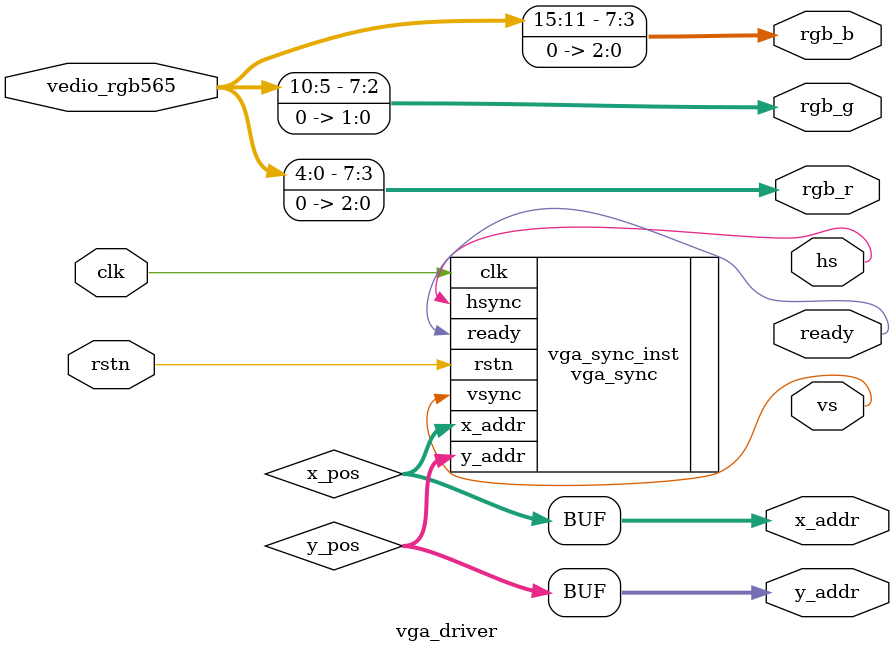
<source format=v>
module vga_driver
    (
        input                 clk,           //pixel clock
        input                 rstn,           //reset signal high active
        output                hs,            //horizontal synchronization
        output                vs,            //vertical synchronization
        output                ready,            //video valid
        output[7:0]           rgb_r,         //video red data
        output[7:0]           rgb_g,         //video green data
        output[7:0]           rgb_b,          //video blue data
        input [15:0]vedio_rgb565,
        output [10:0]x_addr,
        output [10:0]y_addr
    );
  wire [10:0]x_pos;
  wire [10:0]y_pos;
  
  assign x_addr=x_pos;
  assign y_addr=y_pos;
  
assign rgb_r={vedio_rgb565[4:0],3'b000};
assign rgb_g={vedio_rgb565[10:5],2'b00};
assign rgb_b={vedio_rgb565[15:11],3'b000};

vga_sync vga_sync_inst(
    .hsync(hs),
    .vsync(vs),
    .ready(ready),
    .x_addr(x_pos),
    .y_addr(y_pos),
    .clk(clk),
    .rstn(rstn)
);

endmodule 
</source>
